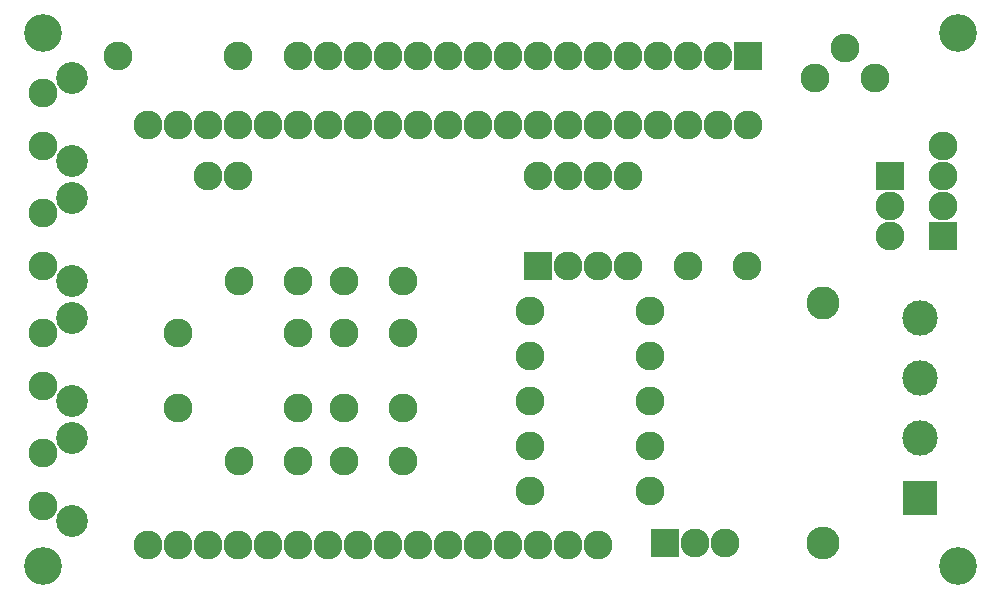
<source format=gbs>
G04 #@! TF.GenerationSoftware,KiCad,Pcbnew,6.0.2+dfsg-1*
G04 #@! TF.CreationDate,2023-07-29T12:32:45+02:00*
G04 #@! TF.ProjectId,MagicQuartz-Mega,4d616769-6351-4756-9172-747a2d4d6567,rev?*
G04 #@! TF.SameCoordinates,Original*
G04 #@! TF.FileFunction,Soldermask,Bot*
G04 #@! TF.FilePolarity,Negative*
%FSLAX46Y46*%
G04 Gerber Fmt 4.6, Leading zero omitted, Abs format (unit mm)*
G04 Created by KiCad (PCBNEW 6.0.2+dfsg-1) date 2023-07-29 12:32:45*
%MOMM*%
%LPD*%
G01*
G04 APERTURE LIST*
G04 Aperture macros list*
%AMRoundRect*
0 Rectangle with rounded corners*
0 $1 Rounding radius*
0 $2 $3 $4 $5 $6 $7 $8 $9 X,Y pos of 4 corners*
0 Add a 4 corners polygon primitive as box body*
4,1,4,$2,$3,$4,$5,$6,$7,$8,$9,$2,$3,0*
0 Add four circle primitives for the rounded corners*
1,1,$1+$1,$2,$3*
1,1,$1+$1,$4,$5*
1,1,$1+$1,$6,$7*
1,1,$1+$1,$8,$9*
0 Add four rect primitives between the rounded corners*
20,1,$1+$1,$2,$3,$4,$5,0*
20,1,$1+$1,$4,$5,$6,$7,0*
20,1,$1+$1,$6,$7,$8,$9,0*
20,1,$1+$1,$8,$9,$2,$3,0*%
G04 Aperture macros list end*
%ADD10C,2.453200*%
%ADD11RoundRect,0.101600X-1.125000X1.125000X-1.125000X-1.125000X1.125000X-1.125000X1.125000X1.125000X0*%
%ADD12C,2.700000*%
%ADD13RoundRect,0.101600X-1.125000X-1.125000X1.125000X-1.125000X1.125000X1.125000X-1.125000X1.125000X0*%
%ADD14C,2.800000*%
%ADD15O,2.800000X2.800000*%
%ADD16R,3.000000X3.000000*%
%ADD17C,3.000000*%
%ADD18RoundRect,0.101600X1.125000X1.125000X-1.125000X1.125000X-1.125000X-1.125000X1.125000X-1.125000X0*%
%ADD19RoundRect,0.101600X1.125000X-1.125000X1.125000X1.125000X-1.125000X1.125000X-1.125000X-1.125000X0*%
%ADD20C,3.200000*%
G04 APERTURE END LIST*
D10*
X81280000Y-109220000D03*
X71120000Y-109220000D03*
D11*
X124460000Y-109220000D03*
D10*
X121920000Y-109220000D03*
X119380000Y-109220000D03*
X116840000Y-109220000D03*
X114300000Y-109220000D03*
X111760000Y-109220000D03*
X109220000Y-109220000D03*
X106680000Y-109220000D03*
X104140000Y-109220000D03*
X101600000Y-109220000D03*
X99060000Y-109220000D03*
X96520000Y-109220000D03*
X93980000Y-109220000D03*
X91440000Y-109220000D03*
X88900000Y-109220000D03*
X86360000Y-109220000D03*
D12*
X67260000Y-118090000D03*
X67260000Y-111080000D03*
D10*
X64770000Y-116840000D03*
X64770000Y-112340000D03*
D12*
X67260000Y-141560000D03*
X67260000Y-148570000D03*
D10*
X64770000Y-147320000D03*
X64770000Y-142820000D03*
X86360000Y-132715000D03*
X76200000Y-132715000D03*
X95250000Y-139065000D03*
X90250000Y-139065000D03*
X95250000Y-128270000D03*
X90250000Y-128270000D03*
X86360000Y-128270000D03*
X81360000Y-128270000D03*
X95250000Y-132715000D03*
X90250000Y-132715000D03*
X119380000Y-127000000D03*
X124380000Y-127000000D03*
X106045000Y-138430000D03*
X116205000Y-138430000D03*
X116205000Y-134620000D03*
X106045000Y-134620000D03*
D13*
X136525000Y-119380000D03*
D10*
X136525000Y-121920000D03*
X136525000Y-124460000D03*
D14*
X130810000Y-130175000D03*
D15*
X130810000Y-150495000D03*
D10*
X106045000Y-130810000D03*
X116205000Y-130810000D03*
D12*
X67260000Y-138410000D03*
X67260000Y-131400000D03*
D10*
X64770000Y-137160000D03*
X64770000Y-132660000D03*
D16*
X139065000Y-146685000D03*
D17*
X139065000Y-141605000D03*
X139065000Y-136525000D03*
X139065000Y-131445000D03*
D18*
X140970000Y-124460000D03*
D10*
X140970000Y-121920000D03*
X140970000Y-119380000D03*
X140970000Y-116840000D03*
X78740000Y-119380000D03*
X81280000Y-119380000D03*
D19*
X117475000Y-150495000D03*
D10*
X120015000Y-150495000D03*
X122555000Y-150495000D03*
X106045000Y-146050000D03*
X116205000Y-146050000D03*
X106045000Y-142240000D03*
X116205000Y-142240000D03*
X116840000Y-115062000D03*
X119380000Y-115062000D03*
X111760000Y-150622000D03*
X109220000Y-150622000D03*
X106680000Y-150622000D03*
X104140000Y-150622000D03*
X101600000Y-150622000D03*
X99060000Y-150622000D03*
X96520000Y-150622000D03*
X93980000Y-150622000D03*
X109220000Y-115062000D03*
X106680000Y-115062000D03*
X104140000Y-115062000D03*
X101600000Y-115062000D03*
X99060000Y-115062000D03*
X96520000Y-115062000D03*
X93980000Y-115062000D03*
X91440000Y-115062000D03*
X88900000Y-115062000D03*
X86360000Y-115062000D03*
X83820000Y-115062000D03*
X81280000Y-115062000D03*
X78740000Y-115062000D03*
X76200000Y-115062000D03*
X73660000Y-115062000D03*
X91440000Y-150622000D03*
X88900000Y-150622000D03*
X86360000Y-150622000D03*
X83820000Y-150622000D03*
X81280000Y-150622000D03*
X78740000Y-150622000D03*
X76200000Y-150622000D03*
X73660000Y-150622000D03*
X121920000Y-115062000D03*
X114300000Y-115062000D03*
X111760000Y-115062000D03*
X124460000Y-115062000D03*
D12*
X67260000Y-121240000D03*
X67260000Y-128250000D03*
D10*
X64770000Y-127000000D03*
X64770000Y-122500000D03*
X135255000Y-111125000D03*
X132715000Y-108585000D03*
X130175000Y-111125000D03*
D19*
X106680000Y-127000000D03*
D10*
X109220000Y-127000000D03*
X111760000Y-127000000D03*
X114300000Y-127000000D03*
X114300000Y-119380000D03*
X111760000Y-119380000D03*
X109220000Y-119380000D03*
X106680000Y-119380000D03*
X86360000Y-139065000D03*
X76200000Y-139065000D03*
X86360000Y-143510000D03*
X81360000Y-143510000D03*
X95250000Y-143510000D03*
X90250000Y-143510000D03*
D20*
X64770000Y-152400000D03*
X64770000Y-107315000D03*
X142240000Y-152400000D03*
X142240000Y-107315000D03*
M02*

</source>
